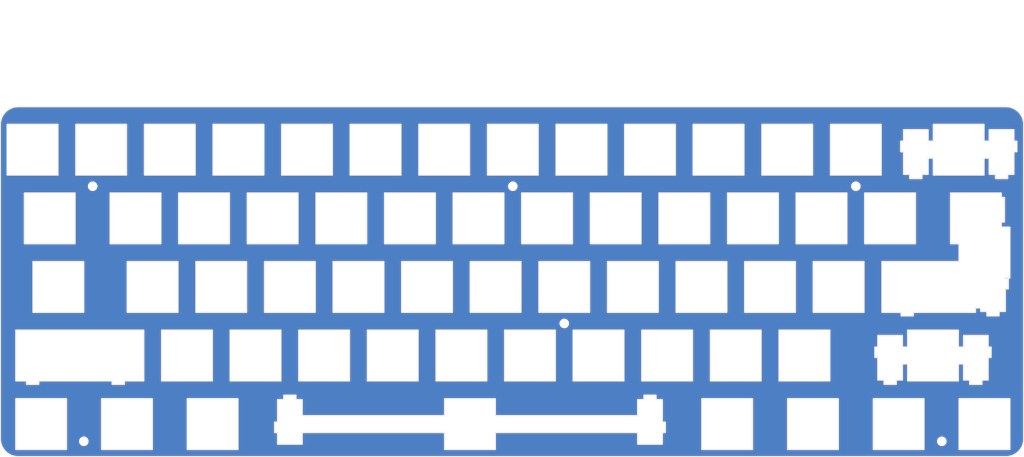
<source format=kicad_pcb>
(kicad_pcb (version 20240108) (generator "pcbnew") (generator_version "8.0")
  (layers (0 "F.Cu" signal) (31 "B.Cu" signal) (34 "B.Paste" user) (35 "F.Paste" user) (36 "B.SilkS" user "B.Silkscreen") (37 "F.SilkS" user "F.Silkscreen") (38 "B.Mask" user) (39 "F.Mask" user) (44 "Edge.Cuts" user))
  (net 0 "")
  (footprint "MountingHole:MountingHole_2.2mm_M2" (layer "F.Cu") (at 338 155.5)
    (property "Reference" "H6" (hide yes))
    (property "Value" "SMTSO2035CTJ")
    (pad "" np_thru_hole circle (at 0 0) (size 2.2 2.2) (drill 2.2) (layers "*.Cu" "*.Mask"))
  )
  (footprint "MountingHole:MountingHole_2.2mm_M2" (layer "F.Cu") (at 314.14 84.67)
    (property "Reference" "H10" (hide yes))
    (property "Value" "SMTSO2035CTJ")
    (pad "" np_thru_hole circle (at 0 0) (size 2.2 2.2) (drill 2.2) (layers "*.Cu" "*.Mask"))
  )
  (footprint "MountingHole:MountingHole_2.2mm_M2" (layer "F.Cu") (at 99.75 155.5)
    (property "Reference" "H2" (hide yes))
    (property "Value" "SMTSO2035CTJ")
    (pad "" np_thru_hole circle (at 0 0) (size 2.2 2.2) (drill 2.2) (layers "*.Cu" "*.Mask"))
  )
  (footprint "MountingHole:MountingHole_2.2mm_M2" (layer "F.Cu") (at 102.2 84.67)
    (property "Reference" "H4" (hide yes))
    (property "Value" "SMTSO2035CTJ")
    (pad "" np_thru_hole circle (at 0 0) (size 2.2 2.2) (drill 2.2) (layers "*.Cu" "*.Mask"))
  )
  (footprint "MountingHole:MountingHole_2.2mm_M2" (layer "F.Cu") (at 233.175 122.775)
    (property "Reference" "H1" (hide yes))
    (property "Value" "SMTSO2035CTJ")
    (pad "" np_thru_hole circle (at 0 0) (size 2.2 2.2) (drill 2.2) (layers "*.Cu" "*.Mask"))
  )
  (footprint "MountingHole:MountingHole_2.2mm_M2" (layer "F.Cu") (at 218.875 84.67)
    (property "Reference" "H9" (hide yes))
    (property "Value" "SMTSO2035CTJ")
    (pad "" np_thru_hole circle (at 0 0) (size 2.2 2.2) (drill 2.2) (layers "*.Cu" "*.Mask"))
  )
  (gr_arc (start 360.8 154.8) (mid 359.335534 158.335534) (end 355.8 159.8) (stroke (width 0.1)) (layer "Edge.Cuts"))
  (gr_line (start 192.5373 138.6745) (end 178.5373 138.6745) (stroke (width 0.1)) (layer "Edge.Cuts"))
  (gr_line (start 333.0303 143.725) (end 333.0303 157.72446) (stroke (width 0.1)) (layer "Edge.Cuts"))
  (gr_line (start 152.771 150.22574) (end 152.771 153.0245) (stroke (width 0.1)) (layer "Edge.Cuts"))
  (gr_line (start 221.4003 86.575) (end 235.3993 86.575) (stroke (width 0.1)) (layer "Edge.Cuts"))
  (gr_line (start 316.6503 86.575) (end 330.6493 86.575) (stroke (width 0.1)) (layer "Edge.Cuts"))
  (gr_line (start 97.2868 86.575) (end 97.2868 100.5743) (stroke (width 0.1)) (layer "Edge.Cuts"))
  (gr_line (start 144.9123 119.6243) (end 130.9123 119.6243) (stroke (width 0.1)) (layer "Edge.Cuts"))
  (gr_line (start 249.6873 124.6751) (end 249.6873 138.6745) (stroke (width 0.1)) (layer "Edge.Cuts"))
  (gr_line (start 80.9063 138.6745) (end 83.8813 138.6745) (stroke (width 0.1)) (layer "Edge.Cuts"))
  (gr_line (start 107.68 139.6446) (end 110.9806 139.6446) (stroke (width 0.1)) (layer "Edge.Cuts"))
  (gr_line (start 254.4493 100.5743) (end 240.4503 100.5743) (stroke (width 0.1)) (layer "Edge.Cuts"))
  (gr_line (start 260.346 143.95567) (end 258.621 143.95567) (stroke (width 0.1)) (layer "Edge.Cuts"))
  (gr_line (start 187.7743 81.5243) (end 173.7753 81.5243) (stroke (width 0.1)) (layer "Edge.Cuts"))
  (gr_line (start 321.1243 81.5243) (end 307.1253 81.5243) (stroke (width 0.1)) (layer "Edge.Cuts"))
  (gr_line (start 244.9243 67.525) (end 244.9243 81.5243) (stroke (width 0.1)) (layer "Edge.Cuts"))
  (gr_line (start 356.8433 157.72446) (end 342.8423 157.72446) (stroke (width 0.1)) (layer "Edge.Cuts"))
  (gr_line (start 159.1993 100.5743) (end 145.1983 100.5743) (stroke (width 0.1)) (layer "Edge.Cuts"))
  (gr_line (start 328.5563 133.9754) (end 328.5563 138.6745) (stroke (width 0.1)) (layer "Edge.Cuts"))
  (gr_line (start 330.0683 119.6243) (end 347.3183 119.6243) (stroke (width 0.1)) (layer "Edge.Cuts"))
  (gr_line (start 116.625 67.525) (end 130.6243 67.525) (stroke (width 0.1)) (layer "Edge.Cuts"))
  (gr_line (start 278.5503 86.575) (end 292.5493 86.575) (stroke (width 0.1)) (layer "Edge.Cuts"))
  (gr_line (start 355.5933 110.0993) (end 356.8433 110.0993) (stroke (width 0.1)) (layer "Edge.Cuts"))
  (gr_line (start 297.3123 119.6243) (end 283.3123 119.6243) (stroke (width 0.1)) (layer "Edge.Cuts"))
  (gr_line (start 354.4623 86.575) (end 340.4623 86.575) (stroke (width 0.1)) (layer "Edge.Cuts"))
  (gr_line (start 297.6003 86.575) (end 311.5993 86.575) (stroke (width 0.1)) (layer "Edge.Cuts"))
  (gr_line (start 128.5313 143.725) (end 142.5303 143.725) (stroke (width 0.1)) (layer "Edge.Cuts"))
  (gr_line (start 213.971 153.0245) (end 253.595 153.0245) (stroke (width 0.1)) (layer "Edge.Cuts"))
  (gr_line (start 344.0813 138.4443) (end 345.8053 138.4443) (stroke (width 0.1)) (layer "Edge.Cuts"))
  (gr_line (start 330.6493 100.5743) (end 316.6503 100.5743) (stroke (width 0.1)) (layer "Edge.Cuts"))
  (gr_line (start 230.6373 138.6745) (end 216.6373 138.6745) (stroke (width 0.1)) (layer "Edge.Cuts"))
  (gr_line (start 356.8433 110.0993) (end 356.8433 96.1) (stroke (width 0.1)) (layer "Edge.Cuts"))
  (gr_line (start 158.621 142.7554) (end 155.32 142.7554) (stroke (width 0.1)) (layer "Edge.Cuts"))
  (gr_line (start 192.8253 81.5243) (end 192.8253 67.525) (stroke (width 0.1)) (layer "Edge.Cuts"))
  (gr_line (start 255.32 143.95567) (end 253.595 143.95567) (stroke (width 0.1)) (layer "Edge.Cuts"))
  (gr_line (start 130.9123 119.6243) (end 130.9123 105.625) (stroke (width 0.1)) (layer "Edge.Cuts"))
  (gr_line (start 353.8683 119.3943) (end 355.5933 119.3943) (stroke (width 0.1)) (layer "Edge.Cuts"))
  (gr_line (start 259.2123 119.6243) (end 245.2123 119.6243) (stroke (width 0.1)) (layer "Edge.Cuts"))
  (gr_line (start 335.7003 76.8253) (end 335.7003 81.5243) (stroke (width 0.1)) (layer "Edge.Cuts"))
  (gr_line (start 357.9743 75.0244) (end 358.8003 75.0244) (stroke (width 0.1)) (layer "Edge.Cuts"))
  (gr_line (start 152.771 153.0245) (end 153.595 153.0245) (stroke (width 0.1)) (layer "Edge.Cuts"))
  (gr_line (start 173.4873 124.6751) (end 173.4873 138.6745) (stroke (width 0.1)) (layer "Edge.Cuts"))
  (gr_line (start 357.9743 81.2943) (end 357.9743 75.0244) (stroke (width 0.1)) (layer "Edge.Cuts"))
  (gr_line (start 352.9503 82.4945) (end 356.2493 82.4945) (stroke (width 0.1)) (layer "Edge.Cuts"))
  (gr_line (start 288.0753 81.5243) (end 288.0753 67.525) (stroke (width 0.1)) (layer "Edge.Cuts"))
  (gr_line (start 99.6681 105.625) (end 99.6681 119.6243) (stroke (width 0.1)) (layer "Edge.Cuts"))
  (gr_line (start 349.6993 67.525) (end 335.7003 67.525) (stroke (width 0.1)) (layer "Edge.Cuts"))
  (gr_line (start 327.4253 68.9954) (end 327.4253 72.2255) (stroke (width 0.1)) (layer "Edge.Cuts"))
  (gr_line (start 255.32 142.7554) (end 255.32 143.95567) (stroke (width 0.1)) (layer "Edge.Cuts"))
  (gr_line (start 253.595 143.95567) (end 253.595 148.42463) (stroke (width 0.1)) (layer "Edge.Cuts"))
  (gr_line (start 356.4173 110.3255) (end 355.5933 110.3255) (stroke (width 0.1)) (layer "Edge.Cuts"))
  (gr_line (start 230.9253 81.5243) (end 230.9253 67.525) (stroke (width 0.1)) (layer "Edge.Cuts"))
  (gr_line (start 349.6993 81.5243) (end 349.6993 76.8253) (stroke (width 0.1)) (layer "Edge.Cuts"))
  (gr_line (start 342.5553 129.3755) (end 342.5553 124.6751) (stroke (width 0.1)) (layer "Edge.Cuts"))
  (gr_line (start 197.2993 86.575) (end 197.2993 100.5743) (stroke (width 0.1)) (layer "Edge.Cuts"))
  (gr_line (start 197.5873 138.6745) (end 197.5873 124.6751) (stroke (width 0.1)) (layer "Edge.Cuts"))
  (gr_line (start 342.8423 105.625) (end 321.4123 105.625) (stroke (width 0.1)) (layer "Edge.Cuts"))
  (gr_line (start 352.9503 81.2943) (end 352.9503 82.4945) (stroke (width 0.1)) (layer "Edge.Cuts"))
  (gr_line (start 159.1993 86.575) (end 159.1993 100.5743) (stroke (width 0.1)) (layer "Edge.Cuts"))
  (gr_line (start 155.32 142.7554) (end 155.32 143.95567) (stroke (width 0.1)) (layer "Edge.Cuts"))
  (gr_arc (start 81.525 159.8) (mid 77.989466 158.335534) (end 76.525 154.8) (stroke (width 0.1)) (layer "Edge.Cuts"))
  (gr_line (start 356.2493 82.4945) (end 356.2493 81.2943) (stroke (width 0.1)) (layer "Edge.Cuts"))
  (gr_line (start 326.5993 72.2255) (end 326.5993 75.0244) (stroke (width 0.1)) (layer "Edge.Cuts"))
  (gr_line (start 342.5553 124.6751) (end 328.5563 124.6751) (stroke (width 0.1)) (layer "Edge.Cuts"))
  (gr_line (start 327.0313 129.3755) (end 327.0313 126.1453) (stroke (width 0.1)) (layer "Edge.Cuts"))
  (gr_line (start 342.5553 138.6745) (end 342.5553 133.9754) (stroke (width 0.1)) (layer "Edge.Cuts"))
  (gr_line (start 130.6243 81.5243) (end 116.625 81.5243) (stroke (width 0.1)) (layer "Edge.Cuts"))
  (gr_line (start 111.5743 67.525) (end 111.5743 81.5243) (stroke (width 0.1)) (layer "Edge.Cuts"))
  (gr_line (start 183.3003 100.5743) (end 183.3003 86.575) (stroke (width 0.1)) (layer "Edge.Cuts"))
  (gr_line (start 230.9253 67.525) (end 244.9243 67.525) (stroke (width 0.1)) (layer "Edge.Cuts"))
  (gr_line (start 107.68 138.6745) (end 107.68 139.6446) (stroke (width 0.1)) (layer "Edge.Cuts"))
  (gr_line (start 226.1623 105.625) (end 240.1623 105.625) (stroke (width 0.1)) (layer "Edge.Cuts"))
  (gr_line (start 327.0313 133.9754) (end 328.5563 133.9754) (stroke (width 0.1)) (layer "Edge.Cuts"))
  (gr_line (start 348.8423 119.3943) (end 350.5673 119.3943) (stroke (width 0.1)) (layer "Edge.Cuts"))
  (gr_line (start 307.1253 67.525) (end 321.1243 67.525) (stroke (width 0.1)) (layer "Edge.Cuts"))
  (gr_line (start 335.7003 81.5243) (end 349.6993 81.5243) (stroke (width 0.1)) (layer "Edge.Cuts"))
  (gr_line (start 322.0063 138.4443) (end 322.0063 139.6446) (stroke (width 0.1)) (layer "Edge.Cuts"))
  (gr_line (start 327.0313 138.4443) (end 327.0313 133.9754) (stroke (width 0.1)) (layer "Edge.Cuts"))
  (gr_line (start 126.1486 86.575) (end 140.1493 86.575) (stroke (width 0.1)) (layer "Edge.Cuts"))
  (gr_line (start 261.17 150.22574) (end 260.346 150.22574) (stroke (width 0.1)) (layer "Edge.Cuts"))
  (gr_line (start 261.17 153.0245) (end 261.17 150.22574) (stroke (width 0.1)) (layer "Edge.Cuts"))
  (gr_line (start 355.3723 94.5746) (end 355.3723 87.8249) (stroke (width 0.1)) (layer "Edge.Cuts"))
  (gr_line (start 142.5303 157.72446) (end 128.5313 157.72446) (stroke (width 0.1)) (layer "Edge.Cuts"))
  (gr_line (start 292.5493 86.575) (end 292.5493 100.5743) (stroke (width 0.1)) (layer "Edge.Cuts"))
  (gr_line (start 320.2813 132.1743) (end 320.2813 138.4443) (stroke (width 0.1)) (layer "Edge.Cuts"))
  (gr_line (start 211.5873 138.6745) (end 197.5873 138.6745) (stroke (width 0.1)) (layer "Edge.Cuts"))
  (gr_line (start 92.5243 67.525) (end 92.5243 81.5243) (stroke (width 0.1)) (layer "Edge.Cuts"))
  (gr_line (start 173.7753 67.525) (end 187.7743 67.525) (stroke (width 0.1)) (layer "Edge.Cuts"))
  (gr_line (start 287.7873 138.6745) (end 273.7873 138.6745) (stroke (width 0.1)) (layer "Edge.Cuts"))
  (gr_line (start 259.5003 100.5743) (end 259.5003 86.575) (stroke (width 0.1)) (layer "Edge.Cuts"))
  (gr_line (start 140.4373 138.6745) (end 140.4373 124.6751) (stroke (width 0.1)) (layer "Edge.Cuts"))
  (gr_line (start 263.9743 67.525) (end 263.9743 81.5243) (stroke (width 0.1)) (layer "Edge.Cuts"))
  (gr_line (start 149.6743 67.525) (end 149.6743 81.5243) (stroke (width 0.1)) (layer "Edge.Cuts"))
  (gr_line (start 199.97 143.72554) (end 199.97 148.42463) (stroke (width 0.1)) (layer "Edge.Cuts"))
  (gr_line (start 297.6003 100.5743) (end 297.6003 86.575) (stroke (width 0.1)) (layer "Edge.Cuts"))
  (gr_line (start 153.595 150.22574) (end 152.771 150.22574) (stroke (width 0.1)) (layer "Edge.Cuts"))
  (gr_line (start 149.6743 81.5243) (end 135.6753 81.5243) (stroke (width 0.1)) (layer "Edge.Cuts"))
  (gr_line (start 178.2493 100.5743) (end 164.2503 100.5743) (stroke (width 0.1)) (layer "Edge.Cuts"))
  (gr_line (start 307.1253 81.5243) (end 307.1253 67.525) (stroke (width 0.1)) (layer "Edge.Cuts"))
  (gr_line (start 142.5303 143.725) (end 142.5303 157.72446) (stroke (width 0.1)) (layer "Edge.Cuts"))
  (gr_line (start 230.6373 124.6751) (end 230.6373 138.6745) (stroke (width 0.1)) (layer "Edge.Cuts"))
  (gr_line (start 351.2253 76.8253) (end 351.2253 81.2943) (stroke (width 0.1)) (layer "Edge.Cuts"))
  (gr_line (start 94.9056 143.725) (end 94.9056 157.72446) (stroke (width 0.1)) (layer "Edge.Cuts"))
  (gr_line (start 78.525 81.5243) (end 78.525 67.525) (stroke (width 0.1)) (layer "Edge.Cuts"))
  (gr_line (start 292.5493 100.5743) (end 278.5503 100.5743) (stroke (width 0.1)) (layer "Edge.Cuts"))
  (gr_line (start 216.3493 86.575) (end 216.3493 100.5743) (stroke (width 0.1)) (layer "Edge.Cuts"))
  (gr_line (start 159.4873 124.6751) (end 173.4873 124.6751) (stroke (width 0.1)) (layer "Edge.Cuts"))
  (gr_line (start 356.8433 96.1) (end 354.4623 96.1) (stroke (width 0.1)) (layer "Edge.Cuts"))
  (gr_line (start 311.5993 100.5743) (end 297.6003 100.5743) (stroke (width 0.1)) (layer "Edge.Cuts"))
  (gr_line (start 94.9056 157.72446) (end 80.9063 157.72446) (stroke (width 0.1)) (layer "Edge.Cuts"))
  (gr_line (start 260.346 150.22574) (end 260.346 143.95567) (stroke (width 0.1)) (layer "Edge.Cuts"))
  (gr_line (start 334.1743 81.2943) (end 334.1743 76.8253) (stroke (width 0.1)) (layer "Edge.Cuts"))
  (gr_line (start 192.8253 67.525) (end 206.8243 67.525) (stroke (width 0.1)) (layer "Edge.Cuts"))
  (gr_line (start 240.4503 100.5743) (end 240.4503 86.575) (stroke (width 0.1)) (layer "Edge.Cuts"))
  (gr_line (start 111.8625 105.625) (end 125.8618 105.625) (stroke (width 0.1)) (layer "Edge.Cuts"))
  (gr_line (start 158.621 143.95567) (end 158.621 142.7554) (stroke (width 0.1)) (layer "Edge.Cuts"))
  (gr_line (start 329.1503 81.2943) (end 329.1503 82.4945) (stroke (width 0.1)) (layer "Edge.Cuts"))
  (gr_line (start 264.2623 119.6243) (end 264.2623 105.625) (stroke (width 0.1)) (layer "Edge.Cuts"))
  (gr_line (start 154.7253 81.5243) (end 154.7253 67.525) (stroke (width 0.1)) (layer "Edge.Cuts"))
  (gr_line (start 344.0813 133.9754) (end 344.0813 138.4443) (stroke (width 0.1)) (layer "Edge.Cuts"))
  (gr_line (start 144.9123 105.625) (end 144.9123 119.6243) (stroke (width 0.1)) (layer "Edge.Cuts"))
  (gr_line (start 316.3623 119.6243) (end 302.3623 119.6243) (stroke (width 0.1)) (layer "Edge.Cuts"))
  (gr_line (start 154.7253 67.525) (end 168.7243 67.525) (stroke (width 0.1)) (layer "Edge.Cuts"))
  (gr_line (start 121.3875 138.6745) (end 121.3875 124.6751) (stroke (width 0.1)) (layer "Edge.Cuts"))
  (gr_line (start 213.971 143.72554) (end 199.97 143.72554) (stroke (width 0.1)) (layer "Edge.Cuts"))
  (gr_line (start 263.9743 81.5243) (end 249.9753 81.5243) (stroke (width 0.1)) (layer "Edge.Cuts"))
  (gr_line (start 159.4873 138.6745) (end 159.4873 124.6751) (stroke (width 0.1)) (layer "Edge.Cuts"))
  (gr_line (start 319.0313 143.725) (end 333.0303 143.725) (stroke (width 0.1)) (layer "Edge.Cuts"))
  (gr_line (start 83.2875 86.575) (end 97.2868 86.575) (stroke (width 0.1)) (layer "Edge.Cuts"))
  (gr_line (start 216.3493 100.5743) (end 202.3503 100.5743) (stroke (width 0.1)) (layer "Edge.Cuts"))
  (gr_line (start 347.3183 119.6243) (end 347.3183 118.3744) (stroke (width 0.1)) (layer "Edge.Cuts"))
  (gr_line (start 135.6753 81.5243) (end 135.6753 67.525) (stroke (width 0.1)) (layer "Edge.Cuts"))
  (gr_line (start 356.2493 81.2943) (end 357.9743 81.2943) (stroke (width 0.1)) (layer "Edge.Cuts"))
  (gr_line (start 332.4493 82.4945) (end 332.4493 81.2943) (stroke (width 0.1)) (layer "Edge.Cuts"))
  (gr_line (start 306.8373 124.6751) (end 306.8373 138.6745) (stroke (width 0.1)) (layer "Edge.Cuts"))
  (gr_line (start 325.3053 138.4443) (end 327.0313 138.4443) (stroke (width 0.1)) (layer "Edge.Cuts"))
  (gr_line (start 330.0683 120.5945) (end 330.0683 119.6243) (stroke (width 0.1)) (layer "Edge.Cuts"))
  (gr_line (start 118.7181 143.725) (end 118.7181 157.72446) (stroke (width 0.1)) (layer "Edge.Cuts"))
  (gr_line (start 160.346 153.0245) (end 199.97 153.0245) (stroke (width 0.1)) (layer "Edge.Cuts"))
  (gr_line (start 121.0993 86.575) (end 121.0993 100.5743) (stroke (width 0.1)) (layer "Edge.Cuts"))
  (gr_line (start 321.1243 67.525) (end 321.1243 81.5243) (stroke (width 0.1)) (layer "Edge.Cuts"))
  (gr_line (start 347.3183 118.3744) (end 348.8423 118.3744) (stroke (width 0.1)) (layer "Edge.Cuts"))
  (gr_line (start 169.0123 105.625) (end 183.0123 105.625) (stroke (width 0.1)) (layer "Edge.Cuts"))
  (gr_line (start 295.2173 143.725) (end 309.2183 143.725) (stroke (width 0.1)) (layer "Edge.Cuts"))
  (gr_line (start 169.0123 119.6243) (end 169.0123 105.625) (stroke (width 0.1)) (layer "Edge.Cuts"))
  (gr_line (start 334.1743 76.8253) (end 335.7003 76.8253) (stroke (width 0.1)) (layer "Edge.Cuts"))
  (gr_line (start 168.7243 81.5243) (end 154.7253 81.5243) (stroke (width 0.1)) (layer "Edge.Cuts"))
  (gr_line (start 145.1983 100.5743) (end 145.1983 86.575) (stroke (width 0.1)) (layer "Edge.Cuts"))
  (gr_line (start 326.5993 75.0244) (end 327.4253 75.0244) (stroke (width 0.1)) (layer "Edge.Cuts"))
  (gr_line (start 87.1804 139.6446) (end 87.1804 138.6745) (stroke (width 0.1)) (layer "Edge.Cuts"))
  (gr_line (start 342.8423 100.5743) (end 342.8423 105.625) (stroke (width 0.1)) (layer "Edge.Cuts"))
  (gr_line (start 140.1493 100.5743) (end 126.1486 100.5743) (stroke (width 0.1)) (layer "Edge.Cuts"))
  (gr_line (start 163.9623 119.6243) (end 149.9623 119.6243) (stroke (width 0.1)) (layer "Edge.Cuts"))
  (gr_line (start 355.5933 119.3943) (end 355.5933 113.1244) (stroke (width 0.1)) (layer "Edge.Cuts"))
  (gr_line (start 260.346 156.2547) (end 260.346 153.0245) (stroke (width 0.1)) (layer "Edge.Cuts"))
  (gr_line (start 302.3623 105.625) (end 316.3623 105.625) (stroke (width 0.1)) (layer "Edge.Cuts"))
  (gr_line (start 354.4623 94.5746) (end 355.3723 94.5746) (stroke (width 0.1)) (layer "Edge.Cuts"))
  (gr_line (start 92.5243 81.5243) (end 78.525 81.5243) (stroke (width 0.1)) (layer "Edge.Cuts"))
  (gr_line (start 268.7373 138.6745) (end 254.7373 138.6745) (stroke (width 0.1)) (layer "Edge.Cuts"))
  (gr_line (start 259.2123 105.625) (end 259.2123 119.6243) (stroke (width 0.1)) (layer "Edge.Cuts"))
  (gr_line (start 258.621 142.7554) (end 255.32 142.7554) (stroke (width 0.1)) (layer "Edge.Cuts"))
  (gr_line (start 126.1486 100.5743) (end 126.1486 86.575) (stroke (width 0.1)) (layer "Edge.Cuts"))
  (gr_line (start 249.9753 67.525) (end 263.9743 67.525) (stroke (width 0.1)) (layer "Edge.Cuts"))
  (gr_line (start 357.9743 68.9954) (end 351.2253 68.9954) (stroke (width 0.1)) (layer "Edge.Cuts"))
  (gr_line (start 327.4253 81.2943) (end 329.1503 81.2943) (stroke (width 0.1)) (layer "Edge.Cuts"))
  (gr_line (start 249.9753 81.5243) (end 249.9753 67.525) (stroke (width 0.1)) (layer "Edge.Cuts"))
  (gr_line (start 153.595 143.95567) (end 153.595 150.22574) (stroke (width 0.1)) (layer "Edge.Cuts"))
  (gr_line (start 335.7003 67.525) (end 335.7003 72.2255) (stroke (width 0.1)) (layer "Edge.Cuts"))
  (gr_line (start 316.6503 100.5743) (end 316.6503 86.575) (stroke (width 0.1)) (layer "Edge.Cuts"))
  (gr_line (start 311.5993 86.575) (end 311.5993 100.5743) (stroke (width 0.1)) (layer "Edge.Cuts"))
  (gr_line (start 97.575 67.525) (end 111.5743 67.525) (stroke (width 0.1)) (layer "Edge.Cuts"))
  (gr_line (start 211.8753 67.525) (end 225.8743 67.525) (stroke (width 0.1)) (layer "Edge.Cuts"))
  (gr_line (start 319.0313 157.72446) (end 319.0313 143.725) (stroke (width 0.1)) (layer "Edge.Cuts"))
  (gr_line (start 350.5673 119.3943) (end 350.5673 120.5945) (stroke (width 0.1)) (layer "Edge.Cuts"))
  (gr_line (start 322.0063 139.6446) (end 325.3053 139.6446) (stroke (width 0.1)) (layer "Edge.Cuts"))
  (gr_line (start 332.4493 81.2943) (end 334.1743 81.2943) (stroke (width 0.1)) (layer "Edge.Cuts"))
  (gr_line (start 225.8743 67.525) (end 225.8743 81.5243) (stroke (width 0.1)) (layer "Edge.Cuts"))
  (gr_line (start 354.4623 96.1) (end 354.4623 94.5746) (stroke (width 0.1)) (layer "Edge.Cuts"))
  (gr_line (start 283.3123 105.625) (end 297.3123 105.625) (stroke (width 0.1)) (layer "Edge.Cuts"))
  (gr_line (start 85.6674 119.6243) (end 85.6674 105.625) (stroke (width 0.1)) (layer "Edge.Cuts"))
  (gr_line (start 320.2813 138.4443) (end 322.0063 138.4443) (stroke (width 0.1)) (layer "Edge.Cuts"))
  (gr_line (start 357.9743 72.2255) (end 357.9743 68.9954) (stroke (width 0.1)) (layer "Edge.Cuts"))
  (gr_line (start 199.97 157.725) (end 213.971 157.725) (stroke (width 0.1)) (layer "Edge.Cuts"))
  (gr_line (start 240.4503 86.575) (end 254.4493 86.575) (stroke (width 0.1)) (layer "Edge.Cuts"))
  (gr_line (start 327.4253 75.0244) (end 327.4253 81.2943) (stroke (width 0.1)) (layer "Edge.Cuts"))
  (gr_line (start 149.9623 105.625) (end 163.9623 105.625) (stroke (width 0.1)) (layer "Edge.Cuts"))
  (gr_line (start 80.9063 157.72446) (end 80.9063 143.725) (stroke (width 0.1)) (layer "Edge.Cuts"))
  (gr_line (start 78.525 67.525) (end 92.5243 67.525) (stroke (width 0.1)) (layer "Edge.Cuts"))
  (gr_line (start 302.0743 67.525) (end 302.0743 81.5243) (stroke (width 0.1)) (layer "Edge.Cuts"))
  (gr_line (start 350.5673 120.5945) (end 353.8683 120.5945) (stroke (width 0.1)) (layer "Edge.Cuts"))
  (gr_line (start 302.0743 81.5243) (end 288.0753 81.5243) (stroke (width 0.1)) (layer "Edge.Cuts"))
  (gr_line (start 292.8373 138.6745) (end 292.8373 124.6751) (stroke (width 0.1)) (layer "Edge.Cuts"))
  (gr_line (start 319.4553 132.1743) (end 320.2813 132.1743) (stroke (width 0.1)) (layer "Edge.Cuts"))
  (gr_line (start 329.1503 82.4945) (end 332.4493 82.4945) (stroke (width 0.1)) (layer "Edge.Cuts"))
  (gr_line (start 207.1123 105.625) (end 221.1123 105.625) (stroke (width 0.1)) (layer "Edge.Cuts"))
  (gr_line (start 292.8373 124.6751) (end 306.8373 124.6751) (stroke (width 0.1)) (layer "Edge.Cuts"))
  (gr_line (start 355.5933 113.1244) (end 356.4173 113.1244) (stroke (width 0.1)) (layer "Edge.Cuts"))
  (gr_line (start 355.3723 87.8249) (end 354.4623 87.8249) (stroke (width 0.1)) (layer "Edge.Cuts"))
  (gr_line (start 154.4373 138.6745) (end 140.4373 138.6745) (stroke (width 0.1)) (layer "Edge.Cuts"))
  (gr_line (start 221.1123 119.6243) (end 207.1123 119.6243) (stroke (width 0.1)) (layer "Edge.Cuts"))
  (gr_line (start 254.7373 124.6751) (end 268.7373 124.6751) (stroke (width 0.1)) (layer "Edge.Cuts"))
  (gr_line (start 116.3368 124.6751) (end 80.9063 124.6751) (stroke (width 0.1)) (layer "Edge.Cuts"))
  (gr_line (start 334.1743 68.9954) (end 327.4253 68.9954) (stroke (width 0.1)) (layer "Edge.Cuts"))
  (gr_line (start 349.6993 76.8253) (end 351.2253 76.8253) (stroke (width 0.1)) (layer "Edge.Cuts"))
  (gr_line (start 140.4373 124.6751) (end 154.4373 124.6751) (stroke (width 0.1)) (layer "Edge.Cuts"))
  (gr_line (start 213.971 148.42463) (end 213.971 143.72554) (stroke (width 0.1)) (layer "Edge.Cuts"))
  (gr_line (start 164.2503 100.5743) (end 164.2503 86.575) (stroke (width 0.1)) (layer "Edge.Cuts"))
  (gr_line (start 271.4063 157.72446) (end 271.4063 143.725) (stroke (width 0.1)) (layer "Edge.Cuts"))
  (gr_line (start 320.2813 126.1453) (end 320.2813 129.3755) (stroke (width 0.1)) (layer "Edge.Cuts"))
  (gr_line (start 240.1623 105.625) (end 240.1623 119.6243) (stroke (width 0.1)) (layer "Edge.Cuts"))
  (gr_line (start 244.9243 81.5243) (end 230.9253 81.5243) (stroke (width 0.1)) (layer "Edge.Cuts"))
  (gr_line (start 76.525 67.525) (end 76.525 154.8) (stroke (width 0.1)) (layer "Edge.Cuts"))
  (gr_line (start 351.2253 68.9954) (end 351.2253 72.2255) (stroke (width 0.1)) (layer "Edge.Cuts"))
  (gr_line (start 306.8373 138.6745) (end 292.8373 138.6745) (stroke (width 0.1)) (layer "Edge.Cuts"))
  (gr_line (start 188.0623 105.625) (end 202.0623 105.625) (stroke (width 0.1)) (layer "Edge.Cuts"))
  (gr_line (start 344.0813 126.1453) (end 344.0813 129.3755) (stroke (width 0.1)) (layer "Edge.Cuts"))
  (gr_line (start 327.0313 126.1453) (end 320.2813 126.1453) (stroke (width 0.1)) (layer "Edge.Cuts"))
  (gr_line (start 104.7174 157.72446) (end 104.7174 143.725) (stroke (width 0.1)) (layer "Edge.Cuts"))
  (gr_line (start 85.6674 105.625) (end 99.6681 105.625) (stroke (width 0.1)) (layer "Edge.Cuts"))
  (gr_line (start 253.595 153.0245) (end 253.595 156.2547) (stroke (width 0.1)) (layer "Edge.Cuts"))
  (gr_line (start 354.4623 87.8249) (end 354.4623 86.575) (stroke (width 0.1)) (layer "Edge.Cuts"))
  (gr_line (start 283.3123 119.6243) (end 283.3123 105.625) (stroke (width 0.1)) (layer "Edge.Cuts"))
  (gr_line (start 83.2875 100.5743) (end 83.2875 86.575) (stroke (width 0.1)) (layer "Edge.Cuts"))
  (gr_line (start 149.9623 119.6243) (end 149.9623 105.625) (stroke (width 0.1)) (layer "Edge.Cuts"))
  (gr_line (start 160.346 143.95567) (end 158.621 143.95567) (stroke (width 0.1)) (layer "Edge.Cuts"))
  (gr_line (start 273.7873 124.6751) (end 287.7873 124.6751) (stroke (width 0.1)) (layer "Edge.Cuts"))
  (gr_line (start 116.625 81.5243) (end 116.625 67.525) (stroke (width 0.1)) (layer "Edge.Cuts"))
  (gr_line (start 245.2123 119.6243) (end 245.2123 105.625) (stroke (width 0.1)) (layer "Edge.Cuts"))
  (gr_line (start 342.5553 133.9754) (end 344.0813 133.9754) (stroke (width 0.1)) (layer "Edge.Cuts"))
  (gr_line (start 321.4123 119.6243) (end 326.7673 119.6243) (stroke (width 0.1)) (layer "Edge.Cuts"))
  (gr_line (start 334.1743 72.2255) (end 334.1743 68.9954) (stroke (width 0.1)) (layer "Edge.Cuts"))
  (gr_line (start 351.6563 129.3755) (end 350.8303 129.3755) (stroke (width 0.1)) (layer "Edge.Cuts"))
  (gr_line (start 350.8303 126.1453) (end 344.0813 126.1453) (stroke (width 0.1)) (layer "Edge.Cuts"))
  (gr_line (start 160.346 156.2547) (end 160.346 153.0245) (stroke (width 0.1)) (layer "Edge.Cuts"))
  (gr_line (start 135.3873 124.6751) (end 135.3873 138.6745) (stroke (width 0.1)) (layer "Edge.Cuts"))
  (gr_line (start 118.7181 157.72446) (end 104.7174 157.72446) (stroke (width 0.1)) (layer "Edge.Cuts"))
  (gr_line (start 269.0253 67.525) (end 283.0243 67.525) (stroke (width 0.1)) (layer "Edge.Cuts"))
  (gr_line (start 107.1 86.575) (end 121.0993 86.575) (stroke (width 0.1)) (layer "Edge.Cuts"))
  (gr_line (start 128.5313 157.72446) (end 128.5313 143.725) (stroke (width 0.1)) (layer "Edge.Cuts"))
  (gr_line (start 309.2183 143.725) (end 309.2183 157.72446) (stroke (width 0.1)) (layer "Edge.Cuts"))
  (gr_line (start 116.3368 138.6745) (end 116.3368 124.6751) (stroke (width 0.1)) (layer "Edge.Cuts"))
  (gr_line (start 140.1493 86.575) (end 140.1493 100.5743) (stroke (width 0.1)) (layer "Edge.Cuts"))
  (gr_line (start 254.7373 138.6745) (end 254.7373 124.6751) (stroke (width 0.1)) (layer "Edge.Cuts"))
  (gr_line (start 351.6563 132.1743) (end 351.6563 129.3755) (stroke (width 0.1)) (layer "Edge.Cuts"))
  (gr_line (start 173.7753 81.5243) (end 173.7753 67.525) (stroke (width 0.1)) (layer "Edge.Cuts"))
  (gr_line (start 340.4623 100.5743) (end 342.8423 100.5743) (stroke (width 0.1)) (layer "Edge.Cuts"))
  (gr_line (start 206.8243 67.525) (end 206.8243 81.5243) (stroke (width 0.1)) (layer "Edge.Cuts"))
  (gr_line (start 197.2993 100.5743) (end 183.3003 100.5743) (stroke (width 0.1)) (layer "Edge.Cuts"))
  (gr_line (start 211.5873 124.6751) (end 211.5873 138.6745) (stroke (width 0.1)) (layer "Edge.Cuts"))
  (gr_line (start 83.8813 138.6745) (end 83.8813 139.6446) (stroke (width 0.1)) (layer "Edge.Cuts"))
  (gr_line (start 199.97 148.42463) (end 160.346 148.42463) (stroke (width 0.1)) (layer "Edge.Cuts"))
  (gr_line (start 342.8423 143.725) (end 356.8433 143.725) (stroke (width 0.1)) (layer "Edge.Cuts"))
  (gr_line (start 358.8003 75.0244) (end 358.8003 72.2255) (stroke (width 0.1)) (layer "Edge.Cuts"))
  (gr_line (start 285.4053 157.72446) (end 271.4063 157.72446) (stroke (width 0.1)) (layer "Edge.Cuts"))
  (gr_line (start 302.3623 119.6243) (end 302.3623 105.625) (stroke (width 0.1)) (layer "Edge.Cuts"))
  (gr_line (start 295.2173 157.72446) (end 295.2173 143.725) (stroke (width 0.1)) (layer "Edge.Cuts"))
  (gr_line (start 221.1123 105.625) (end 221.1123 119.6243) (stroke (width 0.1)) (layer "Edge.Cuts"))
  (gr_line (start 271.4063 143.725) (end 285.4053 143.725) (stroke (width 0.1)) (layer "Edge.Cuts"))
  (gr_line (start 268.7373 124.6751) (end 268.7373 138.6745) (stroke (width 0.1)) (layer "Edge.Cuts"))
  (gr_line (start 178.5373 138.6745) (end 178.5373 124.6751) (stroke (width 0.1)) (layer "Edge.Cuts"))
  (gr_line (start 278.5503 100.5743) (end 278.5503 86.575) (stroke (width 0.1)) (layer "Edge.Cuts"))
  (gr_line (start 206.8243 81.5243) (end 192.8253 81.5243) (stroke (width 0.1)) (layer "Edge.Cuts"))
  (gr_line (start 80.9063 124.6751) (end 80.9063 138.6745) (stroke (width 0.1)) (layer "Edge.Cuts"))
  (gr_line (start 145.1983 86.575) (end 159.1993 86.575) (stroke (width 0.1)) (layer "Edge.Cuts"))
  (gr_line (start 197.5873 124.6751) (end 211.5873 124.6751) (stroke (width 0.1)) (layer "Edge.Cuts"))
  (gr_line (start 207.1123 119.6243) (end 207.1123 105.625) (stroke (width 0.1)) (layer "Edge.Cuts"))
  (gr_line (start 97.575 81.5243) (end 97.575 67.525) (stroke (width 0.1)) (layer "Edge.Cuts"))
  (gr_line (start 278.2623 105.625) (end 278.2623 119.6243) (stroke (width 0.1)) (layer "Edge.Cuts"))
  (gr_line (start 356.4173 113.1244) (end 356.4173 110.3255) (stroke (width 0.1)) (layer "Edge.Cuts"))
  (gr_line (start 183.0123 119.6243) (end 169.0123 119.6243) (stroke (width 0.1)) (layer "Edge.Cuts"))
  (gr_line (start 285.4053 143.725) (end 285.4053 157.72446) (stroke (width 0.1)) (layer "Edge.Cuts"))
  (gr_line (start 349.1053 138.4443) (end 350.8303 138.4443) (stroke (width 0.1)) (layer "Edge.Cuts"))
  (gr_line (start 125.8618 119.6243) (end 111.8625 119.6243) (stroke (width 0.1)) (layer "Edge.Cuts"))
  (gr_line (start 111.5743 81.5243) (end 97.575 81.5243) (stroke (width 0.1)) (layer "Edge.Cuts"))
  (gr_line (start 328.5563 129.3755) (end 327.0313 129.3755) (stroke (width 0.1)) (layer "Edge.Cuts"))
  (gr_line (start 235.6873 124.6751) (end 249.6873 124.6751) (stroke (width 0.1)) (layer "Edge.Cuts"))
  (gr_line (start 153.595 156.2547) (end 160.346 156.2547) (stroke (width 0.1)) (layer "Edge.Cuts"))
  (gr_line (start 351.2253 81.2943) (end 352.9503 81.2943) (stroke (width 0.1)) (layer "Edge.Cuts"))
  (gr_line (start 309.2183 157.72446) (end 295.2173 157.72446) (stroke (width 0.1)) (layer "Edge.Cuts"))
  (gr_line (start 349.1053 139.6446) (end 349.1053 138.4443) (stroke (width 0.1)) (layer "Edge.Cuts"))
  (gr_line (start 188.0623 119.6243) (end 188.0623 105.625) (stroke (width 0.1)) (layer "Edge.Cuts"))
  (gr_line (start 321.4123 105.625) (end 321.4123 119.6243) (stroke (width 0.1)) (layer "Edge.Cuts"))
  (gr_line (start 87.1804 138.6745) (end 107.68 138.6745) (stroke (width 0.1)) (layer "Edge.Cuts"))
  (gr_line (start 328.5563 124.6751) (end 328.5563 129.3755) (stroke (width 0.1)) (layer "Edge.Cuts"))
  (gr_line (start 259.5003 86.575) (end 273.4993 86.575) (stroke (width 0.1)) (layer "Edge.Cuts"))
  (gr_line (start 350.8303 129.3755) (end 350.8303 126.1453) (stroke (width 0.1)) (layer "Edge.Cuts"))
  (gr_line (start 130.9123 105.625) (end 144.9123 105.625) (stroke (width 0.1)) (layer "Edge.Cuts"))
  (gr_line (start 121.3875 124.6751) (end 135.3873 124.6751) (stroke (width 0.1)) (layer "Edge.Cuts"))
  (gr_line (start 168.7243 67.525) (end 168.7243 81.5243) (stroke (width 0.1)) (layer "Edge.Cuts"))
  (gr_line (start 178.2493 86.575) (end 178.2493 100.5743) (stroke (width 0.1)) (layer "Edge.Cuts"))
  (gr_line (start 345.8053 139.6446) (end 349.1053 139.6446) (stroke (width 0.1)) (layer "Edge.Cuts"))
  (gr_line (start 360.8 67.525) (end 360.8 154.8) (stroke (width 0.1)) (layer "Edge.Cuts"))
  (gr_line (start 160.346 148.42463) (end 160.346 143.95567) (stroke (width 0.1)) (layer "Edge.Cuts"))
  (gr_line (start 80.9063 143.725) (end 94.9056 143.725) (stroke (width 0.1)) (layer "Edge.Cuts"))
  (gr_line (start 340.4623 86.575) (end 340.4623 100.5743) (stroke (width 0.1)) (layer "Edge.Cuts"))
  (gr_line (start 258.621 143.95567) (end 258.621 142.7554) (stroke (width 0.1)) (layer "Edge.Cuts"))
  (gr_line (start 107.1 100.5743) (end 107.1 86.575) (stroke (width 0.1)) (layer "Edge.Cuts"))
  (gr_line (start 202.0623 119.6243) (end 188.0623 119.6243) (stroke (width 0.1)) (layer "Edge.Cuts"))
  (gr_line (start 273.7873 138.6745) (end 273.7873 124.6751) (stroke (width 0.1)) (layer "Edge.Cuts"))
  (gr_line (start 155.32 143.95567) (end 153.595 143.95567) (stroke (width 0.1)) (layer "Edge.Cuts"))
  (gr_line (start 110.9806 139.6446) (end 110.9806 138.6745) (stroke (width 0.1)) (layer "Edge.Cuts"))
  (gr_line (start 173.4873 138.6745) (end 159.4873 138.6745) (stroke (width 0.1)) (layer "Edge.Cuts"))
  (gr_line (start 249.6873 138.6745) (end 235.6873 138.6745) (stroke (width 0.1)) (layer "Edge.Cuts"))
  (gr_line (start 283.0243 81.5243) (end 269.0253 81.5243) (stroke (width 0.1)) (layer "Edge.Cuts"))
  (gr_line (start 130.6243 67.525) (end 130.6243 81.5243) (stroke (width 0.1)) (layer "Edge.Cuts"))
  (gr_line (start 349.6993 72.2255) (end 349.6993 67.525) (stroke (width 0.1)) (layer "Edge.Cuts"))
  (gr_line (start 99.6681 119.6243) (end 85.6674 119.6243) (stroke (width 0.1)) (layer "Edge.Cuts"))
  (gr_line (start 121.0993 100.5743) (end 107.1 100.5743) (stroke (width 0.1)) (layer "Edge.Cuts"))
  (gr_line (start 358.8003 72.2255) (end 357.9743 72.2255) (stroke (width 0.1)) (layer "Edge.Cuts"))
  (gr_line (start 83.8813 139.6446) (end 87.1804 139.6446) (stroke (width 0.1)) (layer "Edge.Cuts"))
  (gr_line (start 328.5563 138.6745) (end 342.5553 138.6745) (stroke (width 0.1)) (layer "Edge.Cuts"))
  (gr_line (start 110.9806 138.6745) (end 116.3368 138.6745) (stroke (width 0.1)) (layer "Edge.Cuts"))
  (gr_line (start 342.8423 157.72446) (end 342.8423 143.725) (stroke (width 0.1)) (layer "Edge.Cuts"))
  (gr_arc (start 76.525 67.525) (mid 77.989466 63.989466) (end 81.525 62.525) (stroke (width 0.1)) (layer "Edge.Cuts"))
  (gr_line (start 245.2123 105.625) (end 259.2123 105.625) (stroke (width 0.1)) (layer "Edge.Cuts"))
  (gr_line (start 330.6493 86.575) (end 330.6493 100.5743) (stroke (width 0.1)) (layer "Edge.Cuts"))
  (gr_line (start 135.6753 67.525) (end 149.6743 67.525) (stroke (width 0.1)) (layer "Edge.Cuts"))
  (gr_line (start 273.4993 100.5743) (end 259.5003 100.5743) (stroke (width 0.1)) (layer "Edge.Cuts"))
  (gr_line (start 297.3123 105.625) (end 297.3123 119.6243) (stroke (width 0.1)) (layer "Edge.Cuts"))
  (gr_line (start 350.8303 138.4443) (end 350.8303 132.1743) (stroke (width 0.1)) (layer "Edge.Cuts"))
  (gr_line (start 235.3993 86.575) (end 235.3993 100.5743) (stroke (width 0.1)) (layer "Edge.Cuts"))
  (gr_line (start 278.2623 119.6243) (end 264.2623 119.6243) (stroke (width 0.1)) (layer "Edge.Cuts"))
  (gr_line (start 253.595 148.42463) (end 213.971 148.42463) (stroke (width 0.1)) (layer "Edge.Cuts"))
  (gr_line (start 350.8303 132.1743) (end 351.6563 132.1743) (stroke (width 0.1)) (layer "Edge.Cuts"))
  (gr_line (start 287.7873 124.6751) (end 287.7873 138.6745) (stroke (width 0.1)) (layer "Edge.Cuts"))
  (gr_line (start 192.5373 124.6751) (end 192.5373 138.6745) (stroke (width 0.1)) (layer "Edge.Cuts"))
  (gr_line (start 254.4493 86.575) (end 254.4493 100.5743) (stroke (width 0.1)) (layer "Edge.Cuts"))
  (gr_line (start 225.8743 81.5243) (end 211.8753 81.5243) (stroke (width 0.1)) (layer "Edge.Cuts"))
  (gr_line (start 163.9623 105.625) (end 163.9623 119.6243) (stroke (width 0.1)) (layer "Edge.Cuts"))
  (gr_line (start 111.8625 119.6243) (end 111.8625 105.625) (stroke (width 0.1)) (layer "Edge.Cuts"))
  (gr_line (start 253.595 156.2547) (end 260.346 156.2547) (stroke (width 0.1)) (layer "Edge.Cuts"))
  (gr_line (start 355.5933 110.3255) (end 355.5933 110.0993) (stroke (width 0.1)) (layer "Edge.Cuts"))
  (gr_line (start 135.3873 138.6745) (end 121.3875 138.6745) (stroke (width 0.1)) (layer "Edge.Cuts"))
  (gr_line (start 199.97 153.0245) (end 199.97 157.725) (stroke (width 0.1)) (layer "Edge.Cuts"))
  (gr_line (start 235.3993 100.5743) (end 221.4003 100.5743) (stroke (width 0.1)) (layer "Edge.Cuts"))
  (gr_line (start 164.2503 86.575) (end 178.2493 86.575) (stroke (width 0.1)) (layer "Edge.Cuts"))
  (gr_line (start 273.4993 86.575) (end 273.4993 100.5743) (stroke (width 0.1)) (layer "Edge.Cuts"))
  (gr_line (start 97.2868 100.5743) (end 83.2875 100.5743) (stroke (width 0.1)) (layer "Edge.Cuts"))
  (gr_line (start 216.6373 138.6745) (end 216.6373 124.6751) (stroke (width 0.1)) (layer "Edge.Cuts"))
  (gr_line (start 260.346 153.0245) (end 261.17 153.0245) (stroke (width 0.1)) (layer "Edge.Cuts"))
  (gr_line (start 269.0253 81.5243) (end 269.0253 67.525) (stroke (width 0.1)) (layer "Edge.Cuts"))
  (gr_line (start 221.4003 100.5743) (end 221.4003 86.575) (stroke (width 0.1)) (layer "Edge.Cuts"))
  (gr_line (start 345.8053 138.4443) (end 345.8053 139.6446) (stroke (width 0.1)) (layer "Edge.Cuts"))
  (gr_line (start 335.7003 72.2255) (end 334.1743 72.2255) (stroke (width 0.1)) (layer "Edge.Cuts"))
  (gr_line (start 202.0623 105.625) (end 202.0623 119.6243) (stroke (width 0.1)) (layer "Edge.Cuts"))
  (gr_line (start 333.0303 157.72446) (end 319.0313 157.72446) (stroke (width 0.1)) (layer "Edge.Cuts"))
  (gr_line (start 348.8423 118.3744) (end 348.8423 119.3943) (stroke (width 0.1)) (layer "Edge.Cuts"))
  (gr_line (start 81.525 159.8) (end 355.8 159.8) (stroke (width 0.1)) (layer "Edge.Cuts"))
  (gr_line (start 154.4373 124.6751) (end 154.4373 138.6745) (stroke (width 0.1)) (layer "Edge.Cuts"))
  (gr_line (start 264.2623 105.625) (end 278.2623 105.625) (stroke (width 0.1)) (layer "Edge.Cuts"))
  (gr_line (start 326.7673 119.6243) (end 326.7673 120.5945) (stroke (width 0.1)) (layer "Edge.Cuts"))
  (gr_line (start 320.2813 129.3755) (end 319.4553 129.3755) (stroke (width 0.1)) (layer "Edge.Cuts"))
  (gr_line (start 316.3623 105.625) (end 316.3623 119.6243) (stroke (width 0.1)) (layer "Edge.Cuts"))
  (gr_line (start 226.1623 119.6243) (end 226.1623 105.625) (stroke (width 0.1)) (layer "Edge.Cuts"))
  (gr_line (start 213.971 157.725) (end 213.971 153.0245) (stroke (width 0.1)) (layer "Edge.Cuts"))
  (gr_line (start 283.0243 67.525) (end 283.0243 81.5243) (stroke (width 0.1)) (layer "Edge.Cuts"))
  (gr_line (start 178.5373 124.6751) (end 192.5373 124.6751) (stroke (width 0.1)) (layer "Edge.Cuts"))
  (gr_line (start 356.8433 143.725) (end 356.8433 157.72446) (stroke (width 0.1)) (layer "Edge.Cuts"))
  (gr_line (start 344.0813 129.3755) (end 342.5553 129.3755) (stroke (width 0.1)) (layer "Edge.Cuts"))
  (gr_line (start 355.8 62.525) (end 81.525 62.525) (stroke (width 0.1)) (layer "Edge.Cuts"))
  (gr_line (start 353.8683 120.5945) (end 353.8683 119.3943) (stroke (width 0.1)) (layer "Edge.Cuts"))
  (gr_line (start 104.7174 143.725) (end 118.7181 143.725) (stroke (width 0.1)) (layer "Edge.Cuts"))
  (gr_line (start 325.3053 139.6446) (end 325.3053 138.4443) (stroke (width 0.1)) (layer "Edge.Cuts"))
  (gr_line (start 153.595 153.0245) (end 153.595 156.2547) (stroke (width 0.1)) (layer "Edge.Cuts"))
  (gr_line (start 319.4553 129.3755) (end 319.4553 132.1743) (stroke (width 0.1)) (layer "Edge.Cuts"))
  (gr_line (start 125.8618 105.625) (end 125.8618 119.6243) (stroke (width 0.1)) (layer "Edge.Cuts"))
  (gr_line (start 202.3503 86.575) (end 216.3493 86.575) (stroke (width 0.1)) (layer "Edge.Cuts"))
  (gr_line (start 326.7673 120.5945) (end 330.0683 120.5945) (stroke (width 0.1)) (layer "Edge.Cuts"))
  (gr_line (start 183.3003 86.575) (end 197.2993 86.575) (stroke (width 0.1)) (layer "Edge.Cuts"))
  (gr_line (start 183.0123 105.625) (end 183.0123 119.6243) (stroke (width 0.1)) (layer "Edge.Cuts"))
  (gr_line (start 235.6873 138.6745) (end 235.6873 124.6751) (stroke (width 0.1)) (layer "Edge.Cuts"))
  (gr_line (start 240.1623 119.6243) (end 226.1623 119.6243) (stroke (width 0.1)) (layer "Edge.Cuts"))
  (gr_line (start 202.3503 100.5743) (end 202.3503 86.575) (stroke (width 0.1)) (layer "Edge.Cuts"))
  (gr_line (start 327.4253 72.2255) (end 326.5993 72.2255) (stroke (width 0.1)) (layer "Edge.Cuts"))
  (gr_line (start 216.6373 124.6751) (end 230.6373 124.6751) (stroke (width 0.1)) (layer "Edge.Cuts"))
  (gr_line (start 351.2253 72.2255) (end 349.6993 72.2255) (stroke (width 0.1)) (layer "Edge.Cuts"))
  (gr_arc (start 355.8 62.525) (mid 359.335534 63.989466) (end 360.8 67.525) (stroke (width 0.1)) (layer "Edge.Cuts"))
  (gr_line (start 288.0753 67.525) (end 302.0743 67.525) (stroke (width 0.1)) (layer "Edge.Cuts"))
  (gr_line (start 187.7743 67.525) (end 187.7743 81.5243) (stroke (width 0.1)) (layer "Edge.Cuts"))
  (gr_line (start 211.8753 81.5243) (end 211.8753 67.525) (stroke (width 0.1)) (layer "Edge.Cuts"))
  (zone (net 0) (net_name "") (layers "F&B.Cu") (connect_pads (clearance 0.508)) (min_thickness 0.25) (fill yes (thermal_gap 0.5) (thermal_bridge_width 0.5) (island_removal_mode 1) (island_area_min 10))
    (polygon (pts (arc (start 81.525 62.525) (mid 77.989466 63.989466) (end 76.525 67.525)) (arc (start 76.525 154.8) (mid 77.989466 158.335534) (end 81.525 159.8)) (arc (start 355.8 159.8) (mid 359.335534 158.335534) (end 360.8 154.8)) (arc (start 360.8 67.525) (mid 359.335534 63.989466) (end 355.8 62.525))))
  )
)
</source>
